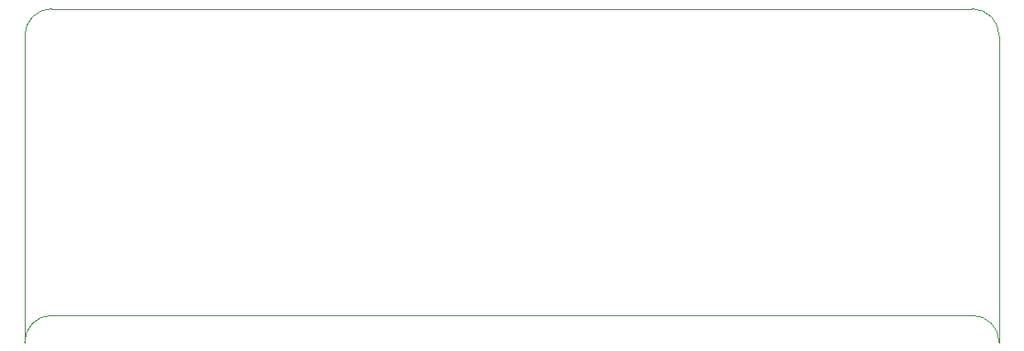
<source format=gbr>
%TF.GenerationSoftware,KiCad,Pcbnew,9.0.2*%
%TF.CreationDate,2025-07-24T16:43:21+02:00*%
%TF.ProjectId,VGA_PS2,5647415f-5053-4322-9e6b-696361645f70,rev?*%
%TF.SameCoordinates,Original*%
%TF.FileFunction,Profile,NP*%
%FSLAX46Y46*%
G04 Gerber Fmt 4.6, Leading zero omitted, Abs format (unit mm)*
G04 Created by KiCad (PCBNEW 9.0.2) date 2025-07-24 16:43:21*
%MOMM*%
%LPD*%
G01*
G04 APERTURE LIST*
%TA.AperFunction,Profile*%
%ADD10C,0.050000*%
%TD*%
G04 APERTURE END LIST*
D10*
X127500000Y-155210000D02*
G75*
G02*
X130000000Y-157710000I0J-2500000D01*
G01*
X127502233Y-126890000D02*
G75*
G02*
X130000000Y-129387767I-33J-2497800D01*
G01*
X42500000Y-155210000D02*
X127500000Y-155210000D01*
X130000000Y-129387770D02*
X130000000Y-157710000D01*
X42499991Y-126890000D02*
X127502233Y-126890000D01*
X40000000Y-157710000D02*
X40000000Y-129387766D01*
X40000000Y-129387766D02*
G75*
G02*
X42499991Y-126890001I2497770J-4D01*
G01*
X40000000Y-157710000D02*
G75*
G02*
X42500000Y-155210000I2500000J0D01*
G01*
M02*

</source>
